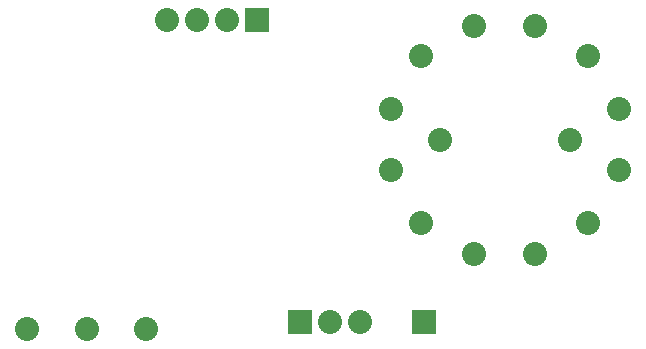
<source format=gbs>
G04 (created by PCBNEW (2013-03-31 BZR 4008)-stable) date 2013-07-29 6:50:27 PM*
%MOIN*%
G04 Gerber Fmt 3.4, Leading zero omitted, Abs format*
%FSLAX34Y34*%
G01*
G70*
G90*
G04 APERTURE LIST*
%ADD10C,0.006*%
%ADD11C,0.0802748*%
%ADD12R,0.0802748X0.0802748*%
%ADD13C,0.080315*%
G04 APERTURE END LIST*
G54D10*
G54D11*
X13543Y-19133D03*
X11574Y-19133D03*
X15511Y-19133D03*
G54D12*
X19216Y-8858D03*
G54D11*
X18216Y-8858D03*
X17216Y-8858D03*
X16216Y-8858D03*
G54D12*
X24803Y-18897D03*
G54D11*
X21653Y-18897D03*
X22653Y-18897D03*
G54D12*
X20653Y-18897D03*
G54D13*
X23677Y-11814D03*
X24696Y-10051D03*
X26460Y-9031D03*
X28500Y-9031D03*
X30263Y-10051D03*
X31283Y-11814D03*
X29645Y-12834D03*
X25314Y-12834D03*
X23677Y-13854D03*
X24696Y-15618D03*
X26460Y-16637D03*
X28500Y-16637D03*
X30263Y-15618D03*
X31283Y-13854D03*
M02*

</source>
